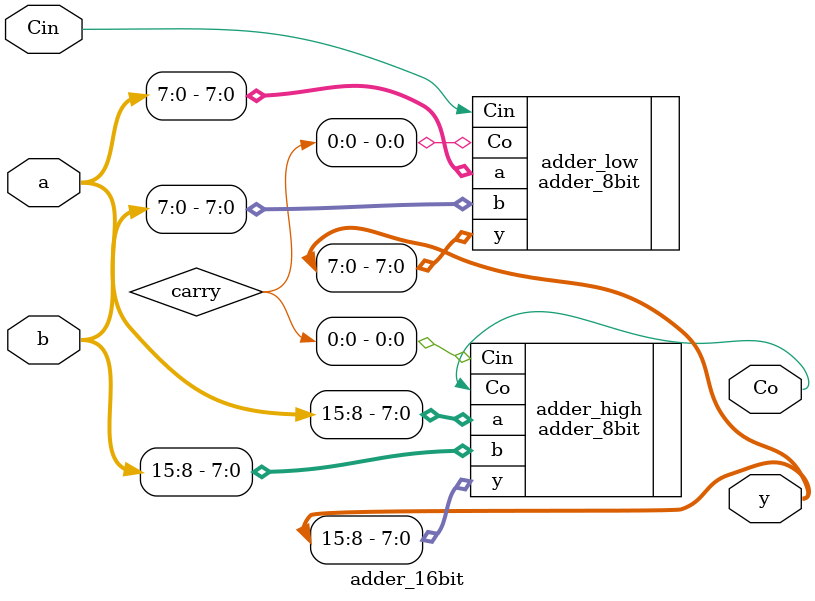
<source format=v>
module adder_16bit (
    input wire [15:0] a,
    input wire [15:0] b,
    input wire Cin,
    output wire [15:0] y,
    output wire Co
);

    wire [2:0] carry;

    adder_8bit adder_low (
        .a(a[7:0]),
        .b(b[7:0]),
        .Cin(Cin),
        .y(y[7:0]),
        .Co(carry[0])
    );

    adder_8bit adder_high (
        .a(a[15:8]),
        .b(b[15:8]),
        .Cin(carry[0]),
        .y(y[15:8]),
        .Co(Co)
    );

endmodule
</source>
